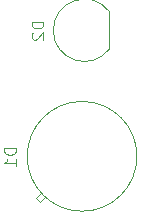
<source format=gbr>
%TF.GenerationSoftware,KiCad,Pcbnew,7.0.7*%
%TF.CreationDate,2023-11-07T19:32:12-06:00*%
%TF.ProjectId,TIAs,54494173-2e6b-4696-9361-645f70636258,rev?*%
%TF.SameCoordinates,Original*%
%TF.FileFunction,Legend,Bot*%
%TF.FilePolarity,Positive*%
%FSLAX46Y46*%
G04 Gerber Fmt 4.6, Leading zero omitted, Abs format (unit mm)*
G04 Created by KiCad (PCBNEW 7.0.7) date 2023-11-07 19:32:12*
%MOMM*%
%LPD*%
G01*
G04 APERTURE LIST*
%ADD10C,0.100000*%
%ADD11C,0.120000*%
G04 APERTURE END LIST*
D10*
X87528619Y-73175905D02*
X86528619Y-73175905D01*
X86528619Y-73175905D02*
X86528619Y-73414000D01*
X86528619Y-73414000D02*
X86576238Y-73556857D01*
X86576238Y-73556857D02*
X86671476Y-73652095D01*
X86671476Y-73652095D02*
X86766714Y-73699714D01*
X86766714Y-73699714D02*
X86957190Y-73747333D01*
X86957190Y-73747333D02*
X87100047Y-73747333D01*
X87100047Y-73747333D02*
X87290523Y-73699714D01*
X87290523Y-73699714D02*
X87385761Y-73652095D01*
X87385761Y-73652095D02*
X87481000Y-73556857D01*
X87481000Y-73556857D02*
X87528619Y-73414000D01*
X87528619Y-73414000D02*
X87528619Y-73175905D01*
X86623857Y-74128286D02*
X86576238Y-74175905D01*
X86576238Y-74175905D02*
X86528619Y-74271143D01*
X86528619Y-74271143D02*
X86528619Y-74509238D01*
X86528619Y-74509238D02*
X86576238Y-74604476D01*
X86576238Y-74604476D02*
X86623857Y-74652095D01*
X86623857Y-74652095D02*
X86719095Y-74699714D01*
X86719095Y-74699714D02*
X86814333Y-74699714D01*
X86814333Y-74699714D02*
X86957190Y-74652095D01*
X86957190Y-74652095D02*
X87528619Y-74080667D01*
X87528619Y-74080667D02*
X87528619Y-74699714D01*
X85191819Y-83894705D02*
X84191819Y-83894705D01*
X84191819Y-83894705D02*
X84191819Y-84132800D01*
X84191819Y-84132800D02*
X84239438Y-84275657D01*
X84239438Y-84275657D02*
X84334676Y-84370895D01*
X84334676Y-84370895D02*
X84429914Y-84418514D01*
X84429914Y-84418514D02*
X84620390Y-84466133D01*
X84620390Y-84466133D02*
X84763247Y-84466133D01*
X84763247Y-84466133D02*
X84953723Y-84418514D01*
X84953723Y-84418514D02*
X85048961Y-84370895D01*
X85048961Y-84370895D02*
X85144200Y-84275657D01*
X85144200Y-84275657D02*
X85191819Y-84132800D01*
X85191819Y-84132800D02*
X85191819Y-83894705D01*
X85191819Y-85418514D02*
X85191819Y-84847086D01*
X85191819Y-85132800D02*
X84191819Y-85132800D01*
X84191819Y-85132800D02*
X84334676Y-85037562D01*
X84334676Y-85037562D02*
X84429914Y-84942324D01*
X84429914Y-84942324D02*
X84477533Y-84847086D01*
%TO.C,D2*%
X93105000Y-72314000D02*
X93105000Y-75514000D01*
X93104998Y-72314001D02*
G75*
G03*
X93104998Y-75513999I-2099998J-1599999D01*
G01*
D11*
%TO.C,D1*%
X87345000Y-87712000D02*
X86925000Y-88132000D01*
X86925000Y-88132000D02*
X87265000Y-88452000D01*
X87265000Y-88452000D02*
X87665000Y-88032000D01*
D10*
X95455000Y-84582000D02*
G75*
G03*
X95455000Y-84582000I-4650000J0D01*
G01*
%TD*%
M02*

</source>
